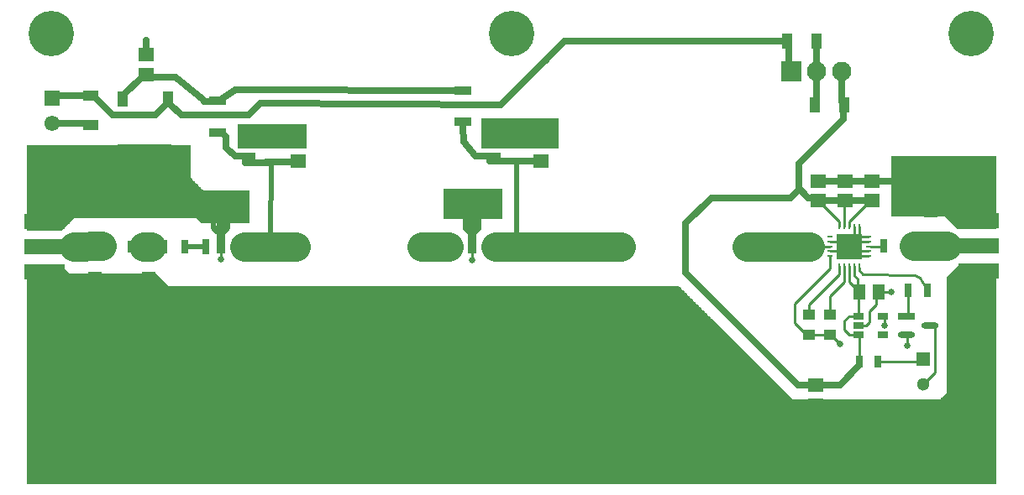
<source format=gtl>
%FSLAX33Y33*%
%MOMM*%
%AMRect-W1050000-H1600000-RO1.500*
21,1,1.05,1.6,0.,0.,90*%
%AMRect-W4059999-H1520000-RO1.000*
21,1,4.059999,1.52,0.,0.,180*%
%AMRect-W891421-H1741421-RO0.500*
21,1,0.891421,1.741421,0.,0.,270*%
%AMRect-W800000-H1320710-RO0.500*
21,1,0.8,1.32071,0.,0.,270*%
%AMRect-W711200-H711200-RO0.250*
21,1,0.7112,0.7112,0.,0.,315*%
%AMRect-W1300000-H1300000-RO0.500*
21,1,1.3,1.3,0.,0.,270*%
%AMRect-W900000-H1200000-RO1.000*
21,1,0.9,1.2,0.,0.,180*%
%AMRect-W1300000-H1600000-RO0.500*
21,1,1.3,1.6,0.,0.,270*%
%AMRect-W1300000-H1600000-RO1.500*
21,1,1.3,1.6,0.,0.,90*%
%AMRect-W670710-H1320710-RO1.000*
21,1,0.67071,1.32071,0.,0.,180*%
%AMRect-W950000-H1350000-RO0.500*
21,1,0.95,1.35,0.,0.,270*%
%AMRect-W670710-H1320710-RO0.500*
21,1,0.67071,1.32071,0.,0.,270*%
%AMRect-W1050000-H1600000-RO1.000*
21,1,1.05,1.6,0.,0.,180*%
%AMRR-H240710-W520710-R120355-RO0.000*
21,1,0.28,0.24071,0.,0.,360*
1,1,0.24071,-0.14,0.*
1,1,0.24071,0.14,0.*
1,1,0.24071,0.14,-0.*
1,1,0.24071,-0.14,0.*%
%AMRR-H520710-W240710-R120355-RO0.000*
21,1,0.24071,0.28,0.,0.,360*
1,1,0.24071,0.,0.14*
1,1,0.24071,0.,0.14*
1,1,0.24071,0.,-0.14*
1,1,0.24071,-0.,-0.14*%
%AMRect-W670710-H1320710-RO1.500*
21,1,0.67071,1.32071,0.,0.,90*%
%AMRect-W5499999-H5699999-RO1.000*
21,1,5.499999,5.699999,0.,0.,180*%
%AMRect-W1000001-H1599999-RO1.000*
21,1,1.000001,1.599999,0.,0.,180*%
%AMRect-W1000000-H1250000-RO1.500*
21,1,1.,1.25,0.,0.,90*%
%AMRect-W650001-H1100000-RO1.500*
21,1,0.650001,1.1,0.,0.,90*%
%AMRect-W1950000-H1950000-RO0.500*
21,1,1.95,1.95,0.,0.,270*%
%AMRect-W700000-H1300000-RO1.000*
21,1,0.7,1.3,0.,0.,180*%
%AMRR-H637228-W1771339-R318614-RO0.000*
21,1,1.134111,0.637228,0.,0.,360*
1,1,0.637228,-0.5670555,0.*
1,1,0.637228,0.5670555,0.*
1,1,0.637228,0.5670555,-0.*
1,1,0.637228,-0.5670555,0.*%
%ADD10C,0.0508*%
%ADD11C,0.635*%
%ADD12C,0.254*%
%ADD13C,0.5334*%
%ADD14C,2.921*%
%ADD15C,4.572*%
%ADD16C,0.762*%
%ADD17Rect-W1050000-H1600000-RO1.500*%
%ADD18Rect-W4059999-H1520000-RO1.000*%
%ADD19R,1.55X1.55*%
%ADD20C,1.55*%
%ADD21Rect-W891421-H1741421-RO0.500*%
%ADD22Rect-W800000-H1320710-RO0.500*%
%ADD23R,0.508X2.4384*%
%ADD24R,0.914399X5.334*%
%ADD25R,0.7112X1.4986*%
%ADD26Rect-W711200-H711200-RO0.250*%
%ADD27C,1.3*%
%ADD28Rect-W1300000-H1300000-RO0.500*%
%ADD29Rect-W900000-H1200000-RO1.000*%
%ADD30Rect-W1300000-H1600000-RO0.500*%
%ADD31Rect-W1300000-H1600000-RO1.500*%
%ADD32Rect-W670710-H1320710-RO1.000*%
%ADD33Rect-W950000-H1350000-RO0.500*%
%ADD34Rect-W670710-H1320710-RO0.500*%
%ADD35C,1.524*%
%ADD36Rect-W1050000-H1600000-RO1.000*%
%ADD37R,1.3X1.6*%
%ADD38R,0.52071X0.24071*%
%ADD39R,2.5X2.5*%
%ADD40RR-H240710-W520710-R120355-RO0.000*%
%ADD41RR-H520710-W240710-R120355-RO0.000*%
%ADD42R,1.05X1.6*%
%ADD43Rect-W670710-H1320710-RO1.500*%
%ADD44Rect-W5499999-H5699999-RO1.000*%
%ADD45Rect-W1000001-H1599999-RO1.000*%
%ADD46Rect-W1000000-H1250000-RO1.500*%
%ADD47Rect-W650001-H1100000-RO1.500*%
%ADD48R,0.7X1.3*%
%ADD49R,4.059999X1.52*%
%ADD50C,1.95*%
%ADD51Rect-W1950000-H1950000-RO0.500*%
%ADD52Rect-W700000-H1300000-RO1.000*%
%ADD53R,1.771339X0.637228*%
%ADD54RR-H637228-W1771339-R318614-RO0.000*%
D10*
%LNpour fill*%
G01*
X98308Y22600D02*
X98308Y22600D01*
X94660Y22600*
X93425Y21365*
X93425Y19225*
X98308Y19225*
X98308Y22600*
X93425Y19275D02*
X98308Y19275D01*
X93425Y19324D02*
X98308Y19324D01*
X93425Y19374D02*
X98308Y19374D01*
X93425Y19423D02*
X98308Y19423D01*
X93425Y19473D02*
X98308Y19473D01*
X93425Y19522D02*
X98308Y19522D01*
X93425Y19572D02*
X98308Y19572D01*
X93425Y19621D02*
X98308Y19621D01*
X93425Y19671D02*
X98308Y19671D01*
X93425Y19720D02*
X98308Y19720D01*
X93425Y19770D02*
X98308Y19770D01*
X93425Y19819D02*
X98308Y19819D01*
X93425Y19869D02*
X98308Y19869D01*
X93425Y19918D02*
X98308Y19918D01*
X93425Y19968D02*
X98308Y19968D01*
X93425Y20017D02*
X98308Y20017D01*
X93425Y20067D02*
X98308Y20067D01*
X93425Y20117D02*
X98308Y20117D01*
X93425Y20166D02*
X98308Y20166D01*
X93425Y20216D02*
X98308Y20216D01*
X93425Y20265D02*
X98308Y20265D01*
X93425Y20315D02*
X98308Y20315D01*
X93425Y20364D02*
X98308Y20364D01*
X93425Y20414D02*
X98308Y20414D01*
X93425Y20463D02*
X98308Y20463D01*
X93425Y20513D02*
X98308Y20513D01*
X93425Y20562D02*
X98308Y20562D01*
X93425Y20612D02*
X98308Y20612D01*
X93425Y20661D02*
X98308Y20661D01*
X93425Y20711D02*
X98308Y20711D01*
X93425Y20760D02*
X98308Y20760D01*
X93425Y20810D02*
X98308Y20810D01*
X93425Y20859D02*
X98308Y20859D01*
X93425Y20909D02*
X98308Y20909D01*
X93425Y20959D02*
X98308Y20959D01*
X93425Y21008D02*
X98308Y21008D01*
X93425Y21058D02*
X98308Y21058D01*
X93425Y21107D02*
X98308Y21107D01*
X93425Y21157D02*
X98308Y21157D01*
X93425Y21206D02*
X98308Y21206D01*
X93425Y21256D02*
X98308Y21256D01*
X93425Y21305D02*
X98308Y21305D01*
X93425Y21355D02*
X98308Y21355D01*
X93464Y21404D02*
X98308Y21404D01*
X93514Y21454D02*
X98308Y21454D01*
X93563Y21503D02*
X98308Y21503D01*
X93613Y21553D02*
X98308Y21553D01*
X93662Y21602D02*
X98308Y21602D01*
X93712Y21652D02*
X98308Y21652D01*
X93762Y21701D02*
X98308Y21701D01*
X93811Y21751D02*
X98308Y21751D01*
X93861Y21801D02*
X98308Y21801D01*
X93910Y21850D02*
X98308Y21850D01*
X93960Y21900D02*
X98308Y21900D01*
X94009Y21949D02*
X98308Y21949D01*
X94059Y21999D02*
X98308Y21999D01*
X94108Y22048D02*
X98308Y22048D01*
X94158Y22098D02*
X98308Y22098D01*
X94207Y22147D02*
X98308Y22147D01*
X94257Y22197D02*
X98308Y22197D01*
X94306Y22246D02*
X98308Y22246D01*
X94356Y22296D02*
X98308Y22296D01*
X94405Y22345D02*
X98308Y22345D01*
X94455Y22395D02*
X98308Y22395D01*
X94504Y22444D02*
X98308Y22444D01*
X94554Y22494D02*
X98308Y22494D01*
X94604Y22544D02*
X98308Y22544D01*
X94653Y22593D02*
X98308Y22593D01*
%LNpour fill*%
X98308Y19470D02*
X98308Y19470D01*
X93350Y19470*
X93350Y9650*
X93350Y9650*
X92675Y8975*
X92675Y8975*
X77775Y8975*
X77775Y8975*
X66300Y20450*
X14845Y20450*
X14845Y20450*
X13610Y21685*
X4910Y21685*
X4910Y21685*
X4200Y22395*
X0692Y22395*
X0692Y0567*
X98308Y0567*
X98308Y19470*
X0692Y0616D02*
X98308Y0616D01*
X0692Y0666D02*
X98308Y0666D01*
X0692Y0715D02*
X98308Y0715D01*
X0692Y0765D02*
X98308Y0765D01*
X0692Y0814D02*
X98308Y0814D01*
X0692Y0864D02*
X98308Y0864D01*
X0692Y0913D02*
X98308Y0913D01*
X0692Y0963D02*
X98308Y0963D01*
X0692Y1012D02*
X98308Y1012D01*
X0692Y1062D02*
X98308Y1062D01*
X0692Y1111D02*
X98308Y1111D01*
X0692Y1161D02*
X98308Y1161D01*
X0692Y1210D02*
X98308Y1210D01*
X0692Y1260D02*
X98308Y1260D01*
X0692Y1309D02*
X98308Y1309D01*
X0692Y1359D02*
X98308Y1359D01*
X0692Y1409D02*
X98308Y1409D01*
X0692Y1458D02*
X98308Y1458D01*
X0692Y1508D02*
X98308Y1508D01*
X0692Y1557D02*
X98308Y1557D01*
X0692Y1607D02*
X98308Y1607D01*
X0692Y1656D02*
X98308Y1656D01*
X0692Y1706D02*
X98308Y1706D01*
X0692Y1755D02*
X98308Y1755D01*
X0692Y1805D02*
X98308Y1805D01*
X0692Y1854D02*
X98308Y1854D01*
X0692Y1904D02*
X98308Y1904D01*
X0692Y1953D02*
X98308Y1953D01*
X0692Y2003D02*
X98308Y2003D01*
X0692Y2052D02*
X98308Y2052D01*
X0692Y2102D02*
X98308Y2102D01*
X0692Y2151D02*
X98308Y2151D01*
X0692Y2201D02*
X98308Y2201D01*
X0692Y2251D02*
X98308Y2251D01*
X0692Y2300D02*
X98308Y2300D01*
X0692Y2350D02*
X98308Y2350D01*
X0692Y2399D02*
X98308Y2399D01*
X0692Y2449D02*
X98308Y2449D01*
X0692Y2498D02*
X98308Y2498D01*
X0692Y2548D02*
X98308Y2548D01*
X0692Y2597D02*
X98308Y2597D01*
X0692Y2647D02*
X98308Y2647D01*
X0692Y2696D02*
X98308Y2696D01*
X0692Y2746D02*
X98308Y2746D01*
X0692Y2795D02*
X98308Y2795D01*
X0692Y2845D02*
X98308Y2845D01*
X0692Y2894D02*
X98308Y2894D01*
X0692Y2944D02*
X98308Y2944D01*
X0692Y2993D02*
X98308Y2993D01*
X0692Y3043D02*
X98308Y3043D01*
X0692Y3093D02*
X98308Y3093D01*
X0692Y3142D02*
X98308Y3142D01*
X0692Y3192D02*
X98308Y3192D01*
X0692Y3241D02*
X98308Y3241D01*
X0692Y3291D02*
X98308Y3291D01*
X0692Y3340D02*
X98308Y3340D01*
X0692Y3390D02*
X98308Y3390D01*
X0692Y3439D02*
X98308Y3439D01*
X0692Y3489D02*
X98308Y3489D01*
X0692Y3538D02*
X98308Y3538D01*
X0692Y3588D02*
X98308Y3588D01*
X0692Y3637D02*
X98308Y3637D01*
X0692Y3687D02*
X98308Y3687D01*
X0692Y3736D02*
X98308Y3736D01*
X0692Y3786D02*
X98308Y3786D01*
X0692Y3835D02*
X98308Y3835D01*
X0692Y3885D02*
X98308Y3885D01*
X0692Y3935D02*
X98308Y3935D01*
X0692Y3984D02*
X98308Y3984D01*
X0692Y4034D02*
X98308Y4034D01*
X0692Y4083D02*
X98308Y4083D01*
X0692Y4133D02*
X98308Y4133D01*
X0692Y4182D02*
X98308Y4182D01*
X0692Y4232D02*
X98308Y4232D01*
X0692Y4281D02*
X98308Y4281D01*
X0692Y4331D02*
X98308Y4331D01*
X0692Y4380D02*
X98308Y4380D01*
X0692Y4430D02*
X98308Y4430D01*
X0692Y4479D02*
X98308Y4479D01*
X0692Y4529D02*
X98308Y4529D01*
X0692Y4578D02*
X98308Y4578D01*
X0692Y4628D02*
X98308Y4628D01*
X0692Y4677D02*
X98308Y4677D01*
X0692Y4727D02*
X98308Y4727D01*
X0692Y4777D02*
X98308Y4777D01*
X0692Y4826D02*
X98308Y4826D01*
X0692Y4876D02*
X98308Y4876D01*
X0692Y4925D02*
X98308Y4925D01*
X0692Y4975D02*
X98308Y4975D01*
X0692Y5024D02*
X98308Y5024D01*
X0692Y5074D02*
X98308Y5074D01*
X0692Y5123D02*
X98308Y5123D01*
X0692Y5173D02*
X98308Y5173D01*
X0692Y5222D02*
X98308Y5222D01*
X0692Y5272D02*
X98308Y5272D01*
X0692Y5321D02*
X98308Y5321D01*
X0692Y5371D02*
X98308Y5371D01*
X0692Y5420D02*
X98308Y5420D01*
X0692Y5470D02*
X98308Y5470D01*
X0692Y5520D02*
X98308Y5520D01*
X0692Y5569D02*
X98308Y5569D01*
X0692Y5619D02*
X98308Y5619D01*
X0692Y5668D02*
X98308Y5668D01*
X0692Y5718D02*
X98308Y5718D01*
X0692Y5767D02*
X98308Y5767D01*
X0692Y5817D02*
X98308Y5817D01*
X0692Y5866D02*
X98308Y5866D01*
X0692Y5916D02*
X98308Y5916D01*
X0692Y5965D02*
X98308Y5965D01*
X0692Y6015D02*
X98308Y6015D01*
X0692Y6064D02*
X98308Y6064D01*
X0692Y6114D02*
X98308Y6114D01*
X0692Y6163D02*
X98308Y6163D01*
X0692Y6213D02*
X98308Y6213D01*
X0692Y6262D02*
X98308Y6262D01*
X0692Y6312D02*
X98308Y6312D01*
X0692Y6362D02*
X98308Y6362D01*
X0692Y6411D02*
X98308Y6411D01*
X0692Y6461D02*
X98308Y6461D01*
X0692Y6510D02*
X98308Y6510D01*
X0692Y6560D02*
X98308Y6560D01*
X0692Y6609D02*
X98308Y6609D01*
X0692Y6659D02*
X98308Y6659D01*
X0692Y6708D02*
X98308Y6708D01*
X0692Y6758D02*
X98308Y6758D01*
X0692Y6807D02*
X98308Y6807D01*
X0692Y6857D02*
X98308Y6857D01*
X0692Y6906D02*
X98308Y6906D01*
X0692Y6956D02*
X98308Y6956D01*
X0692Y7005D02*
X98308Y7005D01*
X0692Y7055D02*
X98308Y7055D01*
X0692Y7104D02*
X98308Y7104D01*
X0692Y7154D02*
X98308Y7154D01*
X0692Y7204D02*
X98308Y7204D01*
X0692Y7253D02*
X98308Y7253D01*
X0692Y7303D02*
X98308Y7303D01*
X0692Y7352D02*
X98308Y7352D01*
X0692Y7402D02*
X98308Y7402D01*
X0692Y7451D02*
X98308Y7451D01*
X0692Y7501D02*
X98308Y7501D01*
X0692Y7550D02*
X98308Y7550D01*
X0692Y7600D02*
X98308Y7600D01*
X0692Y7649D02*
X98308Y7649D01*
X0692Y7699D02*
X98308Y7699D01*
X0692Y7748D02*
X98308Y7748D01*
X0692Y7798D02*
X98308Y7798D01*
X0692Y7847D02*
X98308Y7847D01*
X0692Y7897D02*
X98308Y7897D01*
X0692Y7946D02*
X98308Y7946D01*
X0692Y7996D02*
X98308Y7996D01*
X0692Y8046D02*
X98308Y8046D01*
X0692Y8095D02*
X98308Y8095D01*
X0692Y8145D02*
X98308Y8145D01*
X0692Y8194D02*
X98308Y8194D01*
X0692Y8244D02*
X98308Y8244D01*
X0692Y8293D02*
X98308Y8293D01*
X0692Y8343D02*
X98308Y8343D01*
X0692Y8392D02*
X98308Y8392D01*
X0692Y8442D02*
X98308Y8442D01*
X0692Y8491D02*
X98308Y8491D01*
X0692Y8541D02*
X98308Y8541D01*
X0692Y8590D02*
X98308Y8590D01*
X0692Y8640D02*
X98308Y8640D01*
X0692Y8689D02*
X98308Y8689D01*
X0692Y8739D02*
X98308Y8739D01*
X0692Y8788D02*
X98308Y8788D01*
X0692Y8838D02*
X98308Y8838D01*
X0692Y8888D02*
X98308Y8888D01*
X0692Y8937D02*
X98308Y8937D01*
X0692Y8987D02*
X77763Y8987D01*
X92687Y8987D02*
X98308Y8987D01*
X0692Y9036D02*
X77714Y9036D01*
X92736Y9036D02*
X98308Y9036D01*
X0692Y9086D02*
X77664Y9086D01*
X92786Y9086D02*
X98308Y9086D01*
X0692Y9135D02*
X77615Y9135D01*
X92835Y9135D02*
X98308Y9135D01*
X0692Y9185D02*
X77565Y9185D01*
X92885Y9185D02*
X98308Y9185D01*
X0692Y9234D02*
X77516Y9234D01*
X92934Y9234D02*
X98308Y9234D01*
X0692Y9284D02*
X77466Y9284D01*
X92984Y9284D02*
X98308Y9284D01*
X0692Y9333D02*
X77417Y9333D01*
X93033Y9333D02*
X98308Y9333D01*
X0692Y9383D02*
X77367Y9383D01*
X93083Y9383D02*
X98308Y9383D01*
X0692Y9432D02*
X77318Y9432D01*
X93132Y9432D02*
X98308Y9432D01*
X0692Y9482D02*
X77268Y9482D01*
X93182Y9482D02*
X98308Y9482D01*
X0692Y9531D02*
X77219Y9531D01*
X93231Y9531D02*
X98308Y9531D01*
X0692Y9581D02*
X77169Y9581D01*
X93281Y9581D02*
X98308Y9581D01*
X0692Y9630D02*
X77120Y9630D01*
X93330Y9630D02*
X98308Y9630D01*
X0692Y9680D02*
X77070Y9680D01*
X93350Y9680D02*
X98308Y9680D01*
X0692Y9730D02*
X77020Y9730D01*
X93350Y9730D02*
X98308Y9730D01*
X0692Y9779D02*
X76971Y9779D01*
X93350Y9779D02*
X98308Y9779D01*
X0692Y9829D02*
X76921Y9829D01*
X93350Y9829D02*
X98308Y9829D01*
X0692Y9878D02*
X76872Y9878D01*
X93350Y9878D02*
X98308Y9878D01*
X0692Y9928D02*
X76822Y9928D01*
X93350Y9928D02*
X98308Y9928D01*
X0692Y9977D02*
X76773Y9977D01*
X93350Y9977D02*
X98308Y9977D01*
X0692Y10027D02*
X76723Y10027D01*
X93350Y10027D02*
X98308Y10027D01*
X0692Y10076D02*
X76674Y10076D01*
X93350Y10076D02*
X98308Y10076D01*
X0692Y10126D02*
X76624Y10126D01*
X93350Y10126D02*
X98308Y10126D01*
X0692Y10175D02*
X76575Y10175D01*
X93350Y10175D02*
X98308Y10175D01*
X0692Y10225D02*
X76525Y10225D01*
X93350Y10225D02*
X98308Y10225D01*
X0692Y10274D02*
X76476Y10274D01*
X93350Y10274D02*
X98308Y10274D01*
X0692Y10324D02*
X76426Y10324D01*
X93350Y10324D02*
X98308Y10324D01*
X0692Y10373D02*
X76377Y10373D01*
X93350Y10373D02*
X98308Y10373D01*
X0692Y10423D02*
X76327Y10423D01*
X93350Y10423D02*
X98308Y10423D01*
X0692Y10473D02*
X76277Y10473D01*
X93350Y10473D02*
X98308Y10473D01*
X0692Y10522D02*
X76228Y10522D01*
X93350Y10522D02*
X98308Y10522D01*
X0692Y10572D02*
X76178Y10572D01*
X93350Y10572D02*
X98308Y10572D01*
X0692Y10621D02*
X76129Y10621D01*
X93350Y10621D02*
X98308Y10621D01*
X0692Y10671D02*
X76079Y10671D01*
X93350Y10671D02*
X98308Y10671D01*
X0692Y10720D02*
X76030Y10720D01*
X93350Y10720D02*
X98308Y10720D01*
X0692Y10770D02*
X75980Y10770D01*
X93350Y10770D02*
X98308Y10770D01*
X0692Y10819D02*
X75931Y10819D01*
X93350Y10819D02*
X98308Y10819D01*
X0692Y10869D02*
X75881Y10869D01*
X93350Y10869D02*
X98308Y10869D01*
X0692Y10918D02*
X75832Y10918D01*
X93350Y10918D02*
X98308Y10918D01*
X0692Y10968D02*
X75782Y10968D01*
X93350Y10968D02*
X98308Y10968D01*
X0692Y11017D02*
X75733Y11017D01*
X93350Y11017D02*
X98308Y11017D01*
X0692Y11067D02*
X75683Y11067D01*
X93350Y11067D02*
X98308Y11067D01*
X0692Y11116D02*
X75634Y11116D01*
X93350Y11116D02*
X98308Y11116D01*
X0692Y11166D02*
X75584Y11166D01*
X93350Y11166D02*
X98308Y11166D01*
X0692Y11215D02*
X75535Y11215D01*
X93350Y11215D02*
X98308Y11215D01*
X0692Y11265D02*
X75485Y11265D01*
X93350Y11265D02*
X98308Y11265D01*
X0692Y11315D02*
X75435Y11315D01*
X93350Y11315D02*
X98308Y11315D01*
X0692Y11364D02*
X75386Y11364D01*
X93350Y11364D02*
X98308Y11364D01*
X0692Y11414D02*
X75336Y11414D01*
X93350Y11414D02*
X98308Y11414D01*
X0692Y11463D02*
X75287Y11463D01*
X93350Y11463D02*
X98308Y11463D01*
X0692Y11513D02*
X75237Y11513D01*
X93350Y11513D02*
X98308Y11513D01*
X0692Y11562D02*
X75188Y11562D01*
X93350Y11562D02*
X98308Y11562D01*
X0692Y11612D02*
X75138Y11612D01*
X93350Y11612D02*
X98308Y11612D01*
X0692Y11661D02*
X75089Y11661D01*
X93350Y11661D02*
X98308Y11661D01*
X0692Y11711D02*
X75039Y11711D01*
X93350Y11711D02*
X98308Y11711D01*
X0692Y11760D02*
X74990Y11760D01*
X93350Y11760D02*
X98308Y11760D01*
X0692Y11810D02*
X74940Y11810D01*
X93350Y11810D02*
X98308Y11810D01*
X0692Y11859D02*
X74891Y11859D01*
X93350Y11859D02*
X98308Y11859D01*
X0692Y11909D02*
X74841Y11909D01*
X93350Y11909D02*
X98308Y11909D01*
X0692Y11958D02*
X74792Y11958D01*
X93350Y11958D02*
X98308Y11958D01*
X0692Y12008D02*
X74742Y12008D01*
X93350Y12008D02*
X98308Y12008D01*
X0692Y12057D02*
X74693Y12057D01*
X93350Y12057D02*
X98308Y12057D01*
X0692Y12107D02*
X74643Y12107D01*
X93350Y12107D02*
X98308Y12107D01*
X0692Y12157D02*
X74593Y12157D01*
X93350Y12157D02*
X98308Y12157D01*
X0692Y12206D02*
X74544Y12206D01*
X93350Y12206D02*
X98308Y12206D01*
X0692Y12256D02*
X74494Y12256D01*
X93350Y12256D02*
X98308Y12256D01*
X0692Y12305D02*
X74445Y12305D01*
X93350Y12305D02*
X98308Y12305D01*
X0692Y12355D02*
X74395Y12355D01*
X93350Y12355D02*
X98308Y12355D01*
X0692Y12404D02*
X74346Y12404D01*
X93350Y12404D02*
X98308Y12404D01*
X0692Y12454D02*
X74296Y12454D01*
X93350Y12454D02*
X98308Y12454D01*
X0692Y12503D02*
X74247Y12503D01*
X93350Y12503D02*
X98308Y12503D01*
X0692Y12553D02*
X74197Y12553D01*
X93350Y12553D02*
X98308Y12553D01*
X0692Y12602D02*
X74148Y12602D01*
X93350Y12602D02*
X98308Y12602D01*
X0692Y12652D02*
X74098Y12652D01*
X93350Y12652D02*
X98308Y12652D01*
X0692Y12701D02*
X74049Y12701D01*
X93350Y12701D02*
X98308Y12701D01*
X0692Y12751D02*
X73999Y12751D01*
X93350Y12751D02*
X98308Y12751D01*
X0692Y12800D02*
X73950Y12800D01*
X93350Y12800D02*
X98308Y12800D01*
X0692Y12850D02*
X73900Y12850D01*
X93350Y12850D02*
X98308Y12850D01*
X0692Y12899D02*
X73851Y12899D01*
X93350Y12899D02*
X98308Y12899D01*
X0692Y12949D02*
X73801Y12949D01*
X93350Y12949D02*
X98308Y12949D01*
X0692Y12999D02*
X73751Y12999D01*
X93350Y12999D02*
X98308Y12999D01*
X0692Y13048D02*
X73702Y13048D01*
X93350Y13048D02*
X98308Y13048D01*
X0692Y13098D02*
X73652Y13098D01*
X93350Y13098D02*
X98308Y13098D01*
X0692Y13147D02*
X73603Y13147D01*
X93350Y13147D02*
X98308Y13147D01*
X0692Y13197D02*
X73553Y13197D01*
X93350Y13197D02*
X98308Y13197D01*
X0692Y13246D02*
X73504Y13246D01*
X93350Y13246D02*
X98308Y13246D01*
X0692Y13296D02*
X73454Y13296D01*
X93350Y13296D02*
X98308Y13296D01*
X0692Y13345D02*
X73405Y13345D01*
X93350Y13345D02*
X98308Y13345D01*
X0692Y13395D02*
X73355Y13395D01*
X93350Y13395D02*
X98308Y13395D01*
X0692Y13444D02*
X73306Y13444D01*
X93350Y13444D02*
X98308Y13444D01*
X0692Y13494D02*
X73256Y13494D01*
X93350Y13494D02*
X98308Y13494D01*
X0692Y13543D02*
X73207Y13543D01*
X93350Y13543D02*
X98308Y13543D01*
X0692Y13593D02*
X73157Y13593D01*
X93350Y13593D02*
X98308Y13593D01*
X0692Y13642D02*
X73108Y13642D01*
X93350Y13642D02*
X98308Y13642D01*
X0692Y13692D02*
X73058Y13692D01*
X93350Y13692D02*
X98308Y13692D01*
X0692Y13741D02*
X73009Y13741D01*
X93350Y13741D02*
X98308Y13741D01*
X0692Y13791D02*
X72959Y13791D01*
X93350Y13791D02*
X98308Y13791D01*
X0692Y13841D02*
X72909Y13841D01*
X93350Y13841D02*
X98308Y13841D01*
X0692Y13890D02*
X72860Y13890D01*
X93350Y13890D02*
X98308Y13890D01*
X0692Y13940D02*
X72810Y13940D01*
X93350Y13940D02*
X98308Y13940D01*
X0692Y13989D02*
X72761Y13989D01*
X93350Y13989D02*
X98308Y13989D01*
X0692Y14039D02*
X72711Y14039D01*
X93350Y14039D02*
X98308Y14039D01*
X0692Y14088D02*
X72662Y14088D01*
X93350Y14088D02*
X98308Y14088D01*
X0692Y14138D02*
X72612Y14138D01*
X93350Y14138D02*
X98308Y14138D01*
X0692Y14187D02*
X72563Y14187D01*
X93350Y14187D02*
X98308Y14187D01*
X0692Y14237D02*
X72513Y14237D01*
X93350Y14237D02*
X98308Y14237D01*
X0692Y14286D02*
X72464Y14286D01*
X93350Y14286D02*
X98308Y14286D01*
X0692Y14336D02*
X72414Y14336D01*
X93350Y14336D02*
X98308Y14336D01*
X0692Y14385D02*
X72365Y14385D01*
X93350Y14385D02*
X98308Y14385D01*
X0692Y14435D02*
X72315Y14435D01*
X93350Y14435D02*
X98308Y14435D01*
X0692Y14484D02*
X72266Y14484D01*
X93350Y14484D02*
X98308Y14484D01*
X0692Y14534D02*
X72216Y14534D01*
X93350Y14534D02*
X98308Y14534D01*
X0692Y14583D02*
X72167Y14583D01*
X93350Y14583D02*
X98308Y14583D01*
X0692Y14633D02*
X72117Y14633D01*
X93350Y14633D02*
X98308Y14633D01*
X0692Y14683D02*
X72067Y14683D01*
X93350Y14683D02*
X98308Y14683D01*
X0692Y14732D02*
X72018Y14732D01*
X93350Y14732D02*
X98308Y14732D01*
X0692Y14782D02*
X71968Y14782D01*
X93350Y14782D02*
X98308Y14782D01*
X0692Y14831D02*
X71919Y14831D01*
X93350Y14831D02*
X98308Y14831D01*
X0692Y14881D02*
X71869Y14881D01*
X93350Y14881D02*
X98308Y14881D01*
X0692Y14930D02*
X71820Y14930D01*
X93350Y14930D02*
X98308Y14930D01*
X0692Y14980D02*
X71770Y14980D01*
X93350Y14980D02*
X98308Y14980D01*
X0692Y15029D02*
X71721Y15029D01*
X93350Y15029D02*
X98308Y15029D01*
X0692Y15079D02*
X71671Y15079D01*
X93350Y15079D02*
X98308Y15079D01*
X0692Y15128D02*
X71622Y15128D01*
X93350Y15128D02*
X98308Y15128D01*
X0692Y15178D02*
X71572Y15178D01*
X93350Y15178D02*
X98308Y15178D01*
X0692Y15227D02*
X71523Y15227D01*
X93350Y15227D02*
X98308Y15227D01*
X0692Y15277D02*
X71473Y15277D01*
X93350Y15277D02*
X98308Y15277D01*
X0692Y15326D02*
X71424Y15326D01*
X93350Y15326D02*
X98308Y15326D01*
X0692Y15376D02*
X71374Y15376D01*
X93350Y15376D02*
X98308Y15376D01*
X0692Y15426D02*
X71324Y15426D01*
X93350Y15426D02*
X98308Y15426D01*
X0692Y15475D02*
X71275Y15475D01*
X93350Y15475D02*
X98308Y15475D01*
X0692Y15525D02*
X71225Y15525D01*
X93350Y15525D02*
X98308Y15525D01*
X0692Y15574D02*
X71176Y15574D01*
X93350Y15574D02*
X98308Y15574D01*
X0692Y15624D02*
X71126Y15624D01*
X93350Y15624D02*
X98308Y15624D01*
X0692Y15673D02*
X71077Y15673D01*
X93350Y15673D02*
X98308Y15673D01*
X0692Y15723D02*
X71027Y15723D01*
X93350Y15723D02*
X98308Y15723D01*
X0692Y15772D02*
X70978Y15772D01*
X93350Y15772D02*
X98308Y15772D01*
X0692Y15822D02*
X70928Y15822D01*
X93350Y15822D02*
X98308Y15822D01*
X0692Y15871D02*
X70879Y15871D01*
X93350Y15871D02*
X98308Y15871D01*
X0692Y15921D02*
X70829Y15921D01*
X93350Y15921D02*
X98308Y15921D01*
X0692Y15970D02*
X70780Y15970D01*
X93350Y15970D02*
X98308Y15970D01*
X0692Y16020D02*
X70730Y16020D01*
X93350Y16020D02*
X98308Y16020D01*
X0692Y16069D02*
X70681Y16069D01*
X93350Y16069D02*
X98308Y16069D01*
X0692Y16119D02*
X70631Y16119D01*
X93350Y16119D02*
X98308Y16119D01*
X0692Y16168D02*
X70582Y16168D01*
X93350Y16168D02*
X98308Y16168D01*
X0692Y16218D02*
X70532Y16218D01*
X93350Y16218D02*
X98308Y16218D01*
X0692Y16268D02*
X70482Y16268D01*
X93350Y16268D02*
X98308Y16268D01*
X0692Y16317D02*
X70433Y16317D01*
X93350Y16317D02*
X98308Y16317D01*
X0692Y16367D02*
X70383Y16367D01*
X93350Y16367D02*
X98308Y16367D01*
X0692Y16416D02*
X70334Y16416D01*
X93350Y16416D02*
X98308Y16416D01*
X0692Y16466D02*
X70284Y16466D01*
X93350Y16466D02*
X98308Y16466D01*
X0692Y16515D02*
X70235Y16515D01*
X93350Y16515D02*
X98308Y16515D01*
X0692Y16565D02*
X70185Y16565D01*
X93350Y16565D02*
X98308Y16565D01*
X0692Y16614D02*
X70136Y16614D01*
X93350Y16614D02*
X98308Y16614D01*
X0692Y16664D02*
X70086Y16664D01*
X93350Y16664D02*
X98308Y16664D01*
X0692Y16713D02*
X70037Y16713D01*
X93350Y16713D02*
X98308Y16713D01*
X0692Y16763D02*
X69987Y16763D01*
X93350Y16763D02*
X98308Y16763D01*
X0692Y16812D02*
X69938Y16812D01*
X93350Y16812D02*
X98308Y16812D01*
X0692Y16862D02*
X69888Y16862D01*
X93350Y16862D02*
X98308Y16862D01*
X0692Y16911D02*
X69839Y16911D01*
X93350Y16911D02*
X98308Y16911D01*
X0692Y16961D02*
X69789Y16961D01*
X93350Y16961D02*
X98308Y16961D01*
X0692Y17010D02*
X69740Y17010D01*
X93350Y17010D02*
X98308Y17010D01*
X0692Y17060D02*
X69690Y17060D01*
X93350Y17060D02*
X98308Y17060D01*
X0692Y17110D02*
X69640Y17110D01*
X93350Y17110D02*
X98308Y17110D01*
X0692Y17159D02*
X69591Y17159D01*
X93350Y17159D02*
X98308Y17159D01*
X0692Y17209D02*
X69541Y17209D01*
X93350Y17209D02*
X98308Y17209D01*
X0692Y17258D02*
X69492Y17258D01*
X93350Y17258D02*
X98308Y17258D01*
X0692Y17308D02*
X69442Y17308D01*
X93350Y17308D02*
X98308Y17308D01*
X0692Y17357D02*
X69393Y17357D01*
X93350Y17357D02*
X98308Y17357D01*
X0692Y17407D02*
X69343Y17407D01*
X93350Y17407D02*
X98308Y17407D01*
X0692Y17456D02*
X69294Y17456D01*
X93350Y17456D02*
X98308Y17456D01*
X0692Y17506D02*
X69244Y17506D01*
X93350Y17506D02*
X98308Y17506D01*
X0692Y17555D02*
X69195Y17555D01*
X93350Y17555D02*
X98308Y17555D01*
X0692Y17605D02*
X69145Y17605D01*
X93350Y17605D02*
X98308Y17605D01*
X0692Y17654D02*
X69096Y17654D01*
X93350Y17654D02*
X98308Y17654D01*
X0692Y17704D02*
X69046Y17704D01*
X93350Y17704D02*
X98308Y17704D01*
X0692Y17753D02*
X68997Y17753D01*
X93350Y17753D02*
X98308Y17753D01*
X0692Y17803D02*
X68947Y17803D01*
X93350Y17803D02*
X98308Y17803D01*
X0692Y17852D02*
X68898Y17852D01*
X93350Y17852D02*
X98308Y17852D01*
X0692Y17902D02*
X68848Y17902D01*
X93350Y17902D02*
X98308Y17902D01*
X0692Y17952D02*
X68798Y17952D01*
X93350Y17952D02*
X98308Y17952D01*
X0692Y18001D02*
X68749Y18001D01*
X93350Y18001D02*
X98308Y18001D01*
X0692Y18051D02*
X68699Y18051D01*
X93350Y18051D02*
X98308Y18051D01*
X0692Y18100D02*
X68650Y18100D01*
X93350Y18100D02*
X98308Y18100D01*
X0692Y18150D02*
X68600Y18150D01*
X93350Y18150D02*
X98308Y18150D01*
X0692Y18199D02*
X68551Y18199D01*
X93350Y18199D02*
X98308Y18199D01*
X0692Y18249D02*
X68501Y18249D01*
X93350Y18249D02*
X98308Y18249D01*
X0692Y18298D02*
X68452Y18298D01*
X93350Y18298D02*
X98308Y18298D01*
X0692Y18348D02*
X68402Y18348D01*
X93350Y18348D02*
X98308Y18348D01*
X0692Y18397D02*
X68353Y18397D01*
X93350Y18397D02*
X98308Y18397D01*
X0692Y18447D02*
X68303Y18447D01*
X93350Y18447D02*
X98308Y18447D01*
X0692Y18496D02*
X68254Y18496D01*
X93350Y18496D02*
X98308Y18496D01*
X0692Y18546D02*
X68204Y18546D01*
X93350Y18546D02*
X98308Y18546D01*
X0692Y18595D02*
X68155Y18595D01*
X93350Y18595D02*
X98308Y18595D01*
X0692Y18645D02*
X68105Y18645D01*
X93350Y18645D02*
X98308Y18645D01*
X0692Y18694D02*
X68056Y18694D01*
X93350Y18694D02*
X98308Y18694D01*
X0692Y18744D02*
X68006Y18744D01*
X93350Y18744D02*
X98308Y18744D01*
X0692Y18794D02*
X67956Y18794D01*
X93350Y18794D02*
X98308Y18794D01*
X0692Y18843D02*
X67907Y18843D01*
X93350Y18843D02*
X98308Y18843D01*
X0692Y18893D02*
X67857Y18893D01*
X93350Y18893D02*
X98308Y18893D01*
X0692Y18942D02*
X67808Y18942D01*
X93350Y18942D02*
X98308Y18942D01*
X0692Y18992D02*
X67758Y18992D01*
X93350Y18992D02*
X98308Y18992D01*
X0692Y19041D02*
X67709Y19041D01*
X93350Y19041D02*
X98308Y19041D01*
X0692Y19091D02*
X67659Y19091D01*
X93350Y19091D02*
X98308Y19091D01*
X0692Y19140D02*
X67610Y19140D01*
X93350Y19140D02*
X98308Y19140D01*
X0692Y19190D02*
X67560Y19190D01*
X93350Y19190D02*
X98308Y19190D01*
X0692Y19239D02*
X67511Y19239D01*
X93350Y19239D02*
X98308Y19239D01*
X0692Y19289D02*
X67461Y19289D01*
X93350Y19289D02*
X98308Y19289D01*
X0692Y19338D02*
X67412Y19338D01*
X93350Y19338D02*
X98308Y19338D01*
X0692Y19388D02*
X67362Y19388D01*
X93350Y19388D02*
X98308Y19388D01*
X0692Y19437D02*
X67313Y19437D01*
X93350Y19437D02*
X98308Y19437D01*
X0692Y19487D02*
X67263Y19487D01*
X0692Y19536D02*
X67214Y19536D01*
X0692Y19586D02*
X67164Y19586D01*
X0692Y19636D02*
X67114Y19636D01*
X0692Y19685D02*
X67065Y19685D01*
X0692Y19735D02*
X67015Y19735D01*
X0692Y19784D02*
X66966Y19784D01*
X0692Y19834D02*
X66916Y19834D01*
X0692Y19883D02*
X66867Y19883D01*
X0692Y19933D02*
X66817Y19933D01*
X0692Y19982D02*
X66768Y19982D01*
X0692Y20032D02*
X66718Y20032D01*
X0692Y20081D02*
X66669Y20081D01*
X0692Y20131D02*
X66619Y20131D01*
X0692Y20180D02*
X66570Y20180D01*
X0692Y20230D02*
X66520Y20230D01*
X0692Y20279D02*
X66471Y20279D01*
X0692Y20329D02*
X66421Y20329D01*
X0692Y20379D02*
X66371Y20379D01*
X0692Y20428D02*
X66322Y20428D01*
X0692Y20478D02*
X14817Y20478D01*
X0692Y20527D02*
X14768Y20527D01*
X0692Y20577D02*
X14718Y20577D01*
X0692Y20626D02*
X14669Y20626D01*
X0692Y20676D02*
X14619Y20676D01*
X0692Y20725D02*
X14570Y20725D01*
X0692Y20775D02*
X14520Y20775D01*
X0692Y20824D02*
X14471Y20824D01*
X0692Y20874D02*
X14421Y20874D01*
X0692Y20923D02*
X14372Y20923D01*
X0692Y20973D02*
X14322Y20973D01*
X0692Y21022D02*
X14273Y21022D01*
X0692Y21072D02*
X14223Y21072D01*
X0692Y21121D02*
X14174Y21121D01*
X0692Y21171D02*
X14124Y21171D01*
X0692Y21221D02*
X14074Y21221D01*
X0692Y21270D02*
X14025Y21270D01*
X0692Y21320D02*
X13975Y21320D01*
X0692Y21369D02*
X13926Y21369D01*
X0692Y21419D02*
X13876Y21419D01*
X0692Y21468D02*
X13827Y21468D01*
X0692Y21518D02*
X13777Y21518D01*
X0692Y21567D02*
X13728Y21567D01*
X0692Y21617D02*
X13678Y21617D01*
X0692Y21666D02*
X13629Y21666D01*
X0692Y21716D02*
X4879Y21716D01*
X0692Y21765D02*
X4830Y21765D01*
X0692Y21815D02*
X4780Y21815D01*
X0692Y21864D02*
X4731Y21864D01*
X0692Y21914D02*
X4681Y21914D01*
X0692Y21963D02*
X4632Y21963D01*
X0692Y22013D02*
X4582Y22013D01*
X0692Y22063D02*
X4532Y22063D01*
X0692Y22112D02*
X4483Y22112D01*
X0692Y22162D02*
X4433Y22162D01*
X0692Y22211D02*
X4384Y22211D01*
X0692Y22261D02*
X4334Y22261D01*
X0692Y22310D02*
X4285Y22310D01*
X0692Y22360D02*
X4235Y22360D01*
%LNpour fill*%
X5377Y27333D02*
X5377Y27333D01*
X5377Y27333*
X17759Y27333*
X17759Y27333*
X18250Y26842*
X23025Y26842*
X23025Y30075*
X18400Y30075*
X18400Y30075*
X17098Y31377*
X17098Y31377*
X17098Y34650*
X0692Y34650*
X0692Y26130*
X4174Y26130*
X5377Y27333*
X0692Y26180D02*
X4224Y26180D01*
X0692Y26229D02*
X4274Y26229D01*
X0692Y26279D02*
X4323Y26279D01*
X0692Y26328D02*
X4373Y26328D01*
X0692Y26378D02*
X4422Y26378D01*
X0692Y26427D02*
X4472Y26427D01*
X0692Y26477D02*
X4521Y26477D01*
X0692Y26526D02*
X4571Y26526D01*
X0692Y26576D02*
X4620Y26576D01*
X0692Y26625D02*
X4670Y26625D01*
X0692Y26675D02*
X4719Y26675D01*
X0692Y26724D02*
X4769Y26724D01*
X0692Y26774D02*
X4818Y26774D01*
X0692Y26823D02*
X4868Y26823D01*
X0692Y26873D02*
X4918Y26873D01*
X18219Y26873D02*
X23025Y26873D01*
X0692Y26922D02*
X4967Y26922D01*
X18169Y26922D02*
X23025Y26922D01*
X0692Y26972D02*
X5017Y26972D01*
X18120Y26972D02*
X23025Y26972D01*
X0692Y27022D02*
X5066Y27022D01*
X18070Y27022D02*
X23025Y27022D01*
X0692Y27071D02*
X5116Y27071D01*
X18021Y27071D02*
X23025Y27071D01*
X0692Y27121D02*
X5165Y27121D01*
X17971Y27121D02*
X23025Y27121D01*
X0692Y27170D02*
X5215Y27170D01*
X17921Y27170D02*
X23025Y27170D01*
X0692Y27220D02*
X5264Y27220D01*
X17872Y27220D02*
X23025Y27220D01*
X0692Y27269D02*
X5314Y27269D01*
X17822Y27269D02*
X23025Y27269D01*
X0692Y27319D02*
X5363Y27319D01*
X17773Y27319D02*
X23025Y27319D01*
X0692Y27368D02*
X23025Y27368D01*
X0692Y27418D02*
X23025Y27418D01*
X0692Y27467D02*
X23025Y27467D01*
X0692Y27517D02*
X23025Y27517D01*
X0692Y27566D02*
X23025Y27566D01*
X0692Y27616D02*
X23025Y27616D01*
X0692Y27665D02*
X23025Y27665D01*
X0692Y27715D02*
X23025Y27715D01*
X0692Y27764D02*
X23025Y27764D01*
X0692Y27814D02*
X23025Y27814D01*
X0692Y27864D02*
X23025Y27864D01*
X0692Y27913D02*
X23025Y27913D01*
X0692Y27963D02*
X23025Y27963D01*
X0692Y28012D02*
X23025Y28012D01*
X0692Y28062D02*
X23025Y28062D01*
X0692Y28111D02*
X23025Y28111D01*
X0692Y28161D02*
X23025Y28161D01*
X0692Y28210D02*
X23025Y28210D01*
X0692Y28260D02*
X23025Y28260D01*
X0692Y28309D02*
X23025Y28309D01*
X0692Y28359D02*
X23025Y28359D01*
X0692Y28408D02*
X23025Y28408D01*
X0692Y28458D02*
X23025Y28458D01*
X0692Y28507D02*
X23025Y28507D01*
X0692Y28557D02*
X23025Y28557D01*
X0692Y28607D02*
X23025Y28607D01*
X0692Y28656D02*
X23025Y28656D01*
X0692Y28706D02*
X23025Y28706D01*
X0692Y28755D02*
X23025Y28755D01*
X0692Y28805D02*
X23025Y28805D01*
X0692Y28854D02*
X23025Y28854D01*
X0692Y28904D02*
X23025Y28904D01*
X0692Y28953D02*
X23025Y28953D01*
X0692Y29003D02*
X23025Y29003D01*
X0692Y29052D02*
X23025Y29052D01*
X0692Y29102D02*
X23025Y29102D01*
X0692Y29151D02*
X23025Y29151D01*
X0692Y29201D02*
X23025Y29201D01*
X0692Y29250D02*
X23025Y29250D01*
X0692Y29300D02*
X23025Y29300D01*
X0692Y29349D02*
X23025Y29349D01*
X0692Y29399D02*
X23025Y29399D01*
X0692Y29449D02*
X23025Y29449D01*
X0692Y29498D02*
X23025Y29498D01*
X0692Y29548D02*
X23025Y29548D01*
X0692Y29597D02*
X23025Y29597D01*
X0692Y29647D02*
X23025Y29647D01*
X0692Y29696D02*
X23025Y29696D01*
X0692Y29746D02*
X23025Y29746D01*
X0692Y29795D02*
X23025Y29795D01*
X0692Y29845D02*
X23025Y29845D01*
X0692Y29894D02*
X23025Y29894D01*
X0692Y29944D02*
X23025Y29944D01*
X0692Y29993D02*
X23025Y29993D01*
X0692Y30043D02*
X23025Y30043D01*
X0692Y30092D02*
X18383Y30092D01*
X0692Y30142D02*
X18333Y30142D01*
X0692Y30191D02*
X18284Y30191D01*
X0692Y30241D02*
X18234Y30241D01*
X0692Y30291D02*
X18184Y30291D01*
X0692Y30340D02*
X18135Y30340D01*
X0692Y30390D02*
X18085Y30390D01*
X0692Y30439D02*
X18036Y30439D01*
X0692Y30489D02*
X17986Y30489D01*
X0692Y30538D02*
X17937Y30538D01*
X0692Y30588D02*
X17887Y30588D01*
X0692Y30637D02*
X17838Y30637D01*
X0692Y30687D02*
X17788Y30687D01*
X0692Y30736D02*
X17739Y30736D01*
X0692Y30786D02*
X17689Y30786D01*
X0692Y30835D02*
X17640Y30835D01*
X0692Y30885D02*
X17590Y30885D01*
X0692Y30934D02*
X17541Y30934D01*
X0692Y30984D02*
X17491Y30984D01*
X0692Y31033D02*
X17442Y31033D01*
X0692Y31083D02*
X17392Y31083D01*
X0692Y31133D02*
X17342Y31133D01*
X0692Y31182D02*
X17293Y31182D01*
X0692Y31232D02*
X17243Y31232D01*
X0692Y31281D02*
X17194Y31281D01*
X0692Y31331D02*
X17144Y31331D01*
X0692Y31380D02*
X17098Y31380D01*
X0692Y31430D02*
X17098Y31430D01*
X0692Y31479D02*
X17098Y31479D01*
X0692Y31529D02*
X17098Y31529D01*
X0692Y31578D02*
X17098Y31578D01*
X0692Y31628D02*
X17098Y31628D01*
X0692Y31677D02*
X17098Y31677D01*
X0692Y31727D02*
X17098Y31727D01*
X0692Y31776D02*
X17098Y31776D01*
X0692Y31826D02*
X17098Y31826D01*
X0692Y31875D02*
X17098Y31875D01*
X0692Y31925D02*
X17098Y31925D01*
X0692Y31975D02*
X17098Y31975D01*
X0692Y32024D02*
X17098Y32024D01*
X0692Y32074D02*
X17098Y32074D01*
X0692Y32123D02*
X17098Y32123D01*
X0692Y32173D02*
X17098Y32173D01*
X0692Y32222D02*
X17098Y32222D01*
X0692Y32272D02*
X17098Y32272D01*
X0692Y32321D02*
X17098Y32321D01*
X0692Y32371D02*
X17098Y32371D01*
X0692Y32420D02*
X17098Y32420D01*
X0692Y32470D02*
X17098Y32470D01*
X0692Y32519D02*
X17098Y32519D01*
X0692Y32569D02*
X17098Y32569D01*
X0692Y32618D02*
X17098Y32618D01*
X0692Y32668D02*
X17098Y32668D01*
X0692Y32717D02*
X17098Y32717D01*
X0692Y32767D02*
X17098Y32767D01*
X0692Y32817D02*
X17098Y32817D01*
X0692Y32866D02*
X17098Y32866D01*
X0692Y32916D02*
X17098Y32916D01*
X0692Y32965D02*
X17098Y32965D01*
X0692Y33015D02*
X17098Y33015D01*
X0692Y33064D02*
X17098Y33064D01*
X0692Y33114D02*
X17098Y33114D01*
X0692Y33163D02*
X17098Y33163D01*
X0692Y33213D02*
X17098Y33213D01*
X0692Y33262D02*
X17098Y33262D01*
X0692Y33312D02*
X17098Y33312D01*
X0692Y33361D02*
X17098Y33361D01*
X0692Y33411D02*
X17098Y33411D01*
X0692Y33460D02*
X17098Y33460D01*
X0692Y33510D02*
X17098Y33510D01*
X0692Y33559D02*
X17098Y33559D01*
X0692Y33609D02*
X17098Y33609D01*
X0692Y33659D02*
X17098Y33659D01*
X0692Y33708D02*
X17098Y33708D01*
X0692Y33758D02*
X17098Y33758D01*
X0692Y33807D02*
X17098Y33807D01*
X0692Y33857D02*
X17098Y33857D01*
X0692Y33906D02*
X17098Y33906D01*
X0692Y33956D02*
X17098Y33956D01*
X0692Y34005D02*
X17098Y34005D01*
X0692Y34055D02*
X17098Y34055D01*
X0692Y34104D02*
X17098Y34104D01*
X0692Y34154D02*
X17098Y34154D01*
X0692Y34203D02*
X17098Y34203D01*
X0692Y34253D02*
X17098Y34253D01*
X0692Y34302D02*
X17098Y34302D01*
X0692Y34352D02*
X17098Y34352D01*
X0692Y34402D02*
X17098Y34402D01*
X0692Y34451D02*
X17098Y34451D01*
X0692Y34501D02*
X17098Y34501D01*
X0692Y34550D02*
X17098Y34550D01*
X0692Y34600D02*
X17098Y34600D01*
X0692Y34649D02*
X17098Y34649D01*
%LNpour fill*%
X48550Y30235D02*
X48550Y30235D01*
X42686Y30235*
X42686Y27283*
X48550Y27283*
X48550Y30235*
X42685Y27332D02*
X48550Y27332D01*
X42685Y27382D02*
X48550Y27382D01*
X42685Y27431D02*
X48550Y27431D01*
X42685Y27481D02*
X48550Y27481D01*
X42685Y27531D02*
X48550Y27531D01*
X42685Y27580D02*
X48550Y27580D01*
X42685Y27630D02*
X48550Y27630D01*
X42685Y27679D02*
X48550Y27679D01*
X42685Y27729D02*
X48550Y27729D01*
X42685Y27778D02*
X48550Y27778D01*
X42685Y27828D02*
X48550Y27828D01*
X42685Y27877D02*
X48550Y27877D01*
X42685Y27927D02*
X48550Y27927D01*
X42685Y27976D02*
X48550Y27976D01*
X42685Y28026D02*
X48550Y28026D01*
X42685Y28075D02*
X48550Y28075D01*
X42685Y28125D02*
X48550Y28125D01*
X42685Y28174D02*
X48550Y28174D01*
X42685Y28224D02*
X48550Y28224D01*
X42685Y28273D02*
X48550Y28273D01*
X42685Y28323D02*
X48550Y28323D01*
X42685Y28373D02*
X48550Y28373D01*
X42685Y28422D02*
X48550Y28422D01*
X42685Y28472D02*
X48550Y28472D01*
X42685Y28521D02*
X48550Y28521D01*
X42685Y28571D02*
X48550Y28571D01*
X42685Y28620D02*
X48550Y28620D01*
X42685Y28670D02*
X48550Y28670D01*
X42685Y28719D02*
X48550Y28719D01*
X42685Y28769D02*
X48550Y28769D01*
X42685Y28818D02*
X48550Y28818D01*
X42685Y28868D02*
X48550Y28868D01*
X42685Y28917D02*
X48550Y28917D01*
X42685Y28967D02*
X48550Y28967D01*
X42685Y29016D02*
X48550Y29016D01*
X42685Y29066D02*
X48550Y29066D01*
X42685Y29116D02*
X48550Y29116D01*
X42685Y29165D02*
X48550Y29165D01*
X42685Y29215D02*
X48550Y29215D01*
X42685Y29264D02*
X48550Y29264D01*
X42685Y29314D02*
X48550Y29314D01*
X42685Y29363D02*
X48550Y29363D01*
X42685Y29413D02*
X48550Y29413D01*
X42685Y29462D02*
X48550Y29462D01*
X42685Y29512D02*
X48550Y29512D01*
X42685Y29561D02*
X48550Y29561D01*
X42685Y29611D02*
X48550Y29611D01*
X42685Y29660D02*
X48550Y29660D01*
X42685Y29710D02*
X48550Y29710D01*
X42685Y29759D02*
X48550Y29759D01*
X42685Y29809D02*
X48550Y29809D01*
X42685Y29858D02*
X48550Y29858D01*
X42685Y29908D02*
X48550Y29908D01*
X42685Y29958D02*
X48550Y29958D01*
X42685Y30007D02*
X48550Y30007D01*
X42685Y30057D02*
X48550Y30057D01*
X42685Y30106D02*
X48550Y30106D01*
X42685Y30156D02*
X48550Y30156D01*
X42685Y30205D02*
X48550Y30205D01*
%LNpour fill*%
X28800Y36735D02*
X28800Y36735D01*
X21940Y36735*
X21940Y34413*
X28800Y34413*
X28800Y36735*
X21940Y34462D02*
X28800Y34462D01*
X21940Y34511D02*
X28800Y34511D01*
X21940Y34561D02*
X28800Y34561D01*
X21940Y34610D02*
X28800Y34610D01*
X21940Y34660D02*
X28800Y34660D01*
X21940Y34710D02*
X28800Y34710D01*
X21940Y34759D02*
X28800Y34759D01*
X21940Y34809D02*
X28800Y34809D01*
X21940Y34858D02*
X28800Y34858D01*
X21940Y34908D02*
X28800Y34908D01*
X21940Y34957D02*
X28800Y34957D01*
X21940Y35007D02*
X28800Y35007D01*
X21940Y35056D02*
X28800Y35056D01*
X21940Y35106D02*
X28800Y35106D01*
X21940Y35155D02*
X28800Y35155D01*
X21940Y35205D02*
X28800Y35205D01*
X21940Y35254D02*
X28800Y35254D01*
X21940Y35304D02*
X28800Y35304D01*
X21940Y35353D02*
X28800Y35353D01*
X21940Y35403D02*
X28800Y35403D01*
X21940Y35452D02*
X28800Y35452D01*
X21940Y35502D02*
X28800Y35502D01*
X21940Y35552D02*
X28800Y35552D01*
X21940Y35601D02*
X28800Y35601D01*
X21940Y35651D02*
X28800Y35651D01*
X21940Y35700D02*
X28800Y35700D01*
X21940Y35750D02*
X28800Y35750D01*
X21940Y35799D02*
X28800Y35799D01*
X21940Y35849D02*
X28800Y35849D01*
X21940Y35898D02*
X28800Y35898D01*
X21940Y35948D02*
X28800Y35948D01*
X21940Y35997D02*
X28800Y35997D01*
X21940Y36047D02*
X28800Y36047D01*
X21940Y36096D02*
X28800Y36096D01*
X21940Y36146D02*
X28800Y36146D01*
X21940Y36195D02*
X28800Y36195D01*
X21940Y36245D02*
X28800Y36245D01*
X21940Y36294D02*
X28800Y36294D01*
X21940Y36344D02*
X28800Y36344D01*
X21940Y36394D02*
X28800Y36394D01*
X21940Y36443D02*
X28800Y36443D01*
X21940Y36493D02*
X28800Y36493D01*
X21940Y36542D02*
X28800Y36542D01*
X21940Y36592D02*
X28800Y36592D01*
X21940Y36641D02*
X28800Y36641D01*
X21940Y36691D02*
X28800Y36691D01*
%LNpour fill*%
X54210Y34475D02*
X54210Y34475D01*
X54210Y37389*
X46440Y37389*
X46440Y34436*
X54050Y34436*
X54050Y34436*
X54110Y34375*
X54210Y34475*
X54061Y34425D02*
X54160Y34425D01*
X46440Y34474D02*
X54209Y34474D01*
X46440Y34524D02*
X54210Y34524D01*
X46440Y34573D02*
X54210Y34573D01*
X46440Y34623D02*
X54210Y34623D01*
X46440Y34672D02*
X54210Y34672D01*
X46440Y34722D02*
X54210Y34722D01*
X46440Y34771D02*
X54210Y34771D01*
X46440Y34821D02*
X54210Y34821D01*
X46440Y34870D02*
X54210Y34870D01*
X46440Y34920D02*
X54210Y34920D01*
X46440Y34969D02*
X54210Y34969D01*
X46440Y35019D02*
X54210Y35019D01*
X46440Y35068D02*
X54210Y35068D01*
X46440Y35118D02*
X54210Y35118D01*
X46440Y35167D02*
X54210Y35167D01*
X46440Y35217D02*
X54210Y35217D01*
X46440Y35267D02*
X54210Y35267D01*
X46440Y35316D02*
X54210Y35316D01*
X46440Y35366D02*
X54210Y35366D01*
X46440Y35415D02*
X54210Y35415D01*
X46440Y35465D02*
X54210Y35465D01*
X46440Y35514D02*
X54210Y35514D01*
X46440Y35564D02*
X54210Y35564D01*
X46440Y35613D02*
X54210Y35613D01*
X46440Y35663D02*
X54210Y35663D01*
X46440Y35712D02*
X54210Y35712D01*
X46440Y35762D02*
X54210Y35762D01*
X46440Y35811D02*
X54210Y35811D01*
X46440Y35861D02*
X54210Y35861D01*
X46440Y35910D02*
X54210Y35910D01*
X46440Y35960D02*
X54210Y35960D01*
X46440Y36009D02*
X54210Y36009D01*
X46440Y36059D02*
X54210Y36059D01*
X46440Y36109D02*
X54210Y36109D01*
X46440Y36158D02*
X54210Y36158D01*
X46440Y36208D02*
X54210Y36208D01*
X46440Y36257D02*
X54210Y36257D01*
X46440Y36307D02*
X54210Y36307D01*
X46440Y36356D02*
X54210Y36356D01*
X46440Y36406D02*
X54210Y36406D01*
X46440Y36455D02*
X54210Y36455D01*
X46440Y36505D02*
X54210Y36505D01*
X46440Y36554D02*
X54210Y36554D01*
X46440Y36604D02*
X54210Y36604D01*
X46440Y36653D02*
X54210Y36653D01*
X46440Y36703D02*
X54210Y36703D01*
X46440Y36752D02*
X54210Y36752D01*
X46440Y36802D02*
X54210Y36802D01*
X46440Y36852D02*
X54210Y36852D01*
X46440Y36901D02*
X54210Y36901D01*
X46440Y36951D02*
X54210Y36951D01*
X46440Y37000D02*
X54210Y37000D01*
X46440Y37050D02*
X54210Y37050D01*
X46440Y37099D02*
X54210Y37099D01*
X46440Y37149D02*
X54210Y37149D01*
X46440Y37198D02*
X54210Y37198D01*
X46440Y37248D02*
X54210Y37248D01*
X46440Y37297D02*
X54210Y37297D01*
X46440Y37347D02*
X54210Y37347D01*
%LNpour fill*%
X98308Y33550D02*
X98308Y33550D01*
X87775Y33550*
X87775Y27550*
X93125Y27550*
X93125Y27550*
X94395Y26280*
X98308Y26280*
X98308Y33550*
X94345Y26330D02*
X98308Y26330D01*
X94296Y26379D02*
X98308Y26379D01*
X94246Y26429D02*
X98308Y26429D01*
X94197Y26478D02*
X98308Y26478D01*
X94147Y26528D02*
X98308Y26528D01*
X94098Y26577D02*
X98308Y26577D01*
X94048Y26627D02*
X98308Y26627D01*
X93999Y26676D02*
X98308Y26676D01*
X93949Y26726D02*
X98308Y26726D01*
X93900Y26775D02*
X98308Y26775D01*
X93850Y26825D02*
X98308Y26825D01*
X93801Y26874D02*
X98308Y26874D01*
X93751Y26924D02*
X98308Y26924D01*
X93702Y26973D02*
X98308Y26973D01*
X93652Y27023D02*
X98308Y27023D01*
X93603Y27072D02*
X98308Y27072D01*
X93553Y27122D02*
X98308Y27122D01*
X93503Y27172D02*
X98308Y27172D01*
X93454Y27221D02*
X98308Y27221D01*
X93404Y27271D02*
X98308Y27271D01*
X93355Y27320D02*
X98308Y27320D01*
X93305Y27370D02*
X98308Y27370D01*
X93256Y27419D02*
X98308Y27419D01*
X93206Y27469D02*
X98308Y27469D01*
X93157Y27518D02*
X98308Y27518D01*
X87775Y27568D02*
X98308Y27568D01*
X87775Y27617D02*
X98308Y27617D01*
X87775Y27667D02*
X98308Y27667D01*
X87775Y27716D02*
X98308Y27716D01*
X87775Y27766D02*
X98308Y27766D01*
X87775Y27815D02*
X98308Y27815D01*
X87775Y27865D02*
X98308Y27865D01*
X87775Y27914D02*
X98308Y27914D01*
X87775Y27964D02*
X98308Y27964D01*
X87775Y28014D02*
X98308Y28014D01*
X87775Y28063D02*
X98308Y28063D01*
X87775Y28113D02*
X98308Y28113D01*
X87775Y28162D02*
X98308Y28162D01*
X87775Y28212D02*
X98308Y28212D01*
X87775Y28261D02*
X98308Y28261D01*
X87775Y28311D02*
X98308Y28311D01*
X87775Y28360D02*
X98308Y28360D01*
X87775Y28410D02*
X98308Y28410D01*
X87775Y28459D02*
X98308Y28459D01*
X87775Y28509D02*
X98308Y28509D01*
X87775Y28558D02*
X98308Y28558D01*
X87775Y28608D02*
X98308Y28608D01*
X87775Y28657D02*
X98308Y28657D01*
X87775Y28707D02*
X98308Y28707D01*
X87775Y28756D02*
X98308Y28756D01*
X87775Y28806D02*
X98308Y28806D01*
X87775Y28856D02*
X98308Y28856D01*
X87775Y28905D02*
X98308Y28905D01*
X87775Y28955D02*
X98308Y28955D01*
X87775Y29004D02*
X98308Y29004D01*
X87775Y29054D02*
X98308Y29054D01*
X87775Y29103D02*
X98308Y29103D01*
X87775Y29153D02*
X98308Y29153D01*
X87775Y29202D02*
X98308Y29202D01*
X87775Y29252D02*
X98308Y29252D01*
X87775Y29301D02*
X98308Y29301D01*
X87775Y29351D02*
X98308Y29351D01*
X87775Y29400D02*
X98308Y29400D01*
X87775Y29450D02*
X98308Y29450D01*
X87775Y29499D02*
X98308Y29499D01*
X87775Y29549D02*
X98308Y29549D01*
X87775Y29599D02*
X98308Y29599D01*
X87775Y29648D02*
X98308Y29648D01*
X87775Y29698D02*
X98308Y29698D01*
X87775Y29747D02*
X98308Y29747D01*
X87775Y29797D02*
X98308Y29797D01*
X87775Y29846D02*
X98308Y29846D01*
X87775Y29896D02*
X98308Y29896D01*
X87775Y29945D02*
X98308Y29945D01*
X87775Y29995D02*
X98308Y29995D01*
X87775Y30044D02*
X98308Y30044D01*
X87775Y30094D02*
X98308Y30094D01*
X87775Y30143D02*
X98308Y30143D01*
X87775Y30193D02*
X98308Y30193D01*
X87775Y30242D02*
X98308Y30242D01*
X87775Y30292D02*
X98308Y30292D01*
X87775Y30341D02*
X98308Y30341D01*
X87775Y30391D02*
X98308Y30391D01*
X87775Y30441D02*
X98308Y30441D01*
X87775Y30490D02*
X98308Y30490D01*
X87775Y30540D02*
X98308Y30540D01*
X87775Y30589D02*
X98308Y30589D01*
X87775Y30639D02*
X98308Y30639D01*
X87775Y30688D02*
X98308Y30688D01*
X87775Y30738D02*
X98308Y30738D01*
X87775Y30787D02*
X98308Y30787D01*
X87775Y30837D02*
X98308Y30837D01*
X87775Y30886D02*
X98308Y30886D01*
X87775Y30936D02*
X98308Y30936D01*
X87775Y30985D02*
X98308Y30985D01*
X87775Y31035D02*
X98308Y31035D01*
X87775Y31084D02*
X98308Y31084D01*
X87775Y31134D02*
X98308Y31134D01*
X87775Y31183D02*
X98308Y31183D01*
X87775Y31233D02*
X98308Y31233D01*
X87775Y31283D02*
X98308Y31283D01*
X87775Y31332D02*
X98308Y31332D01*
X87775Y31382D02*
X98308Y31382D01*
X87775Y31431D02*
X98308Y31431D01*
X87775Y31481D02*
X98308Y31481D01*
X87775Y31530D02*
X98308Y31530D01*
X87775Y31580D02*
X98308Y31580D01*
X87775Y31629D02*
X98308Y31629D01*
X87775Y31679D02*
X98308Y31679D01*
X87775Y31728D02*
X98308Y31728D01*
X87775Y31778D02*
X98308Y31778D01*
X87775Y31827D02*
X98308Y31827D01*
X87775Y31877D02*
X98308Y31877D01*
X87775Y31926D02*
X98308Y31926D01*
X87775Y31976D02*
X98308Y31976D01*
X87775Y32025D02*
X98308Y32025D01*
X87775Y32075D02*
X98308Y32075D01*
X87775Y32125D02*
X98308Y32125D01*
X87775Y32174D02*
X98308Y32174D01*
X87775Y32224D02*
X98308Y32224D01*
X87775Y32273D02*
X98308Y32273D01*
X87775Y32323D02*
X98308Y32323D01*
X87775Y32372D02*
X98308Y32372D01*
X87775Y32422D02*
X98308Y32422D01*
X87775Y32471D02*
X98308Y32471D01*
X87775Y32521D02*
X98308Y32521D01*
X87775Y32570D02*
X98308Y32570D01*
X87775Y32620D02*
X98308Y32620D01*
X87775Y32669D02*
X98308Y32669D01*
X87775Y32719D02*
X98308Y32719D01*
X87775Y32768D02*
X98308Y32768D01*
X87775Y32818D02*
X98308Y32818D01*
X87775Y32867D02*
X98308Y32867D01*
X87775Y32917D02*
X98308Y32917D01*
X87775Y32967D02*
X98308Y32967D01*
X87775Y33016D02*
X98308Y33016D01*
X87775Y33066D02*
X98308Y33066D01*
X87775Y33115D02*
X98308Y33115D01*
X87775Y33165D02*
X98308Y33165D01*
X87775Y33214D02*
X98308Y33214D01*
X87775Y33264D02*
X98308Y33264D01*
X87775Y33313D02*
X98308Y33313D01*
X87775Y33363D02*
X98308Y33363D01*
X87775Y33412D02*
X98308Y33412D01*
X87775Y33462D02*
X98308Y33462D01*
X87775Y33511D02*
X98308Y33511D01*
%LNtop copper_traces*%
D11*
X21650Y33539D02*
X22450Y33539D01*
X49473Y39748D02*
X54850Y45125D01*
D12*
X86550Y12800D02*
X90575Y12800D01*
X84575Y13325D02*
X84575Y15525D01*
X82575Y22475D02*
X82575Y21655D01*
X85300Y16475D02*
X85625Y16800D01*
D11*
X77500Y44650D02*
X77500Y42700D01*
D12*
X84575Y22300D02*
X84575Y22000D01*
X89175Y24450D02*
X89550Y24450D01*
D11*
X78450Y30300D02*
X78450Y32685D01*
D12*
X85550Y24950D02*
X84195Y24950D01*
D11*
X7150Y39640D02*
X3860Y39640D01*
X82600Y10450D02*
X84525Y12375D01*
X20776Y35474D02*
X20776Y34412D01*
D12*
X79475Y15525D02*
X81625Y15525D01*
X84525Y17650D02*
X84525Y19325D01*
D11*
X18350Y39275D02*
X18500Y39125D01*
D12*
X79475Y18555D02*
X79475Y17650D01*
D13*
X16675Y24450D02*
X18713Y24450D01*
D12*
X83075Y16950D02*
X83075Y16000D01*
X81600Y23950D02*
X82575Y23950D01*
X78075Y16700D02*
X79250Y15525D01*
X83075Y26425D02*
X83075Y28675D01*
X83575Y20895D02*
X84020Y20450D01*
X89525Y19825D02*
X89525Y17425D01*
D11*
X15075Y38825D02*
X16225Y37675D01*
X21675Y40275D02*
X20350Y39275D01*
X47350Y33085D02*
X52325Y33085D01*
D12*
X82575Y21655D02*
X79475Y18555D01*
D13*
X25225Y25500D02*
X25275Y32627D01*
D12*
X84075Y22475D02*
X84075Y21500D01*
D11*
X67075Y21800D02*
X78425Y10450D01*
D14*
X12450Y24450D02*
X13225Y24450D01*
D12*
X45550Y23075D02*
X45550Y23950D01*
X85550Y23950D02*
X84695Y23950D01*
X84900Y16475D02*
X85300Y16475D01*
X83575Y26925D02*
X85200Y28550D01*
X83075Y20895D02*
X81600Y19420D01*
D11*
X45877Y33550D02*
X47150Y33550D01*
X12675Y45200D02*
X12675Y44100D01*
D12*
X85550Y23450D02*
X84775Y23450D01*
X81600Y22215D02*
X78075Y18690D01*
D14*
X8200Y24460D02*
X5410Y24450D01*
D12*
X81600Y19420D02*
X81600Y17650D01*
D11*
X24925Y32912D02*
X22725Y32912D01*
X19900Y39114D02*
X19775Y39100D01*
D12*
X85550Y25450D02*
X84695Y25450D01*
D11*
X9325Y37675D02*
X13650Y37675D01*
D14*
X27800Y24400D02*
X22575Y24375D01*
D12*
X84075Y26425D02*
X84075Y25450D01*
X84425Y21150D02*
X84425Y20025D01*
D11*
X13650Y37675D02*
X14675Y38700D01*
X80535Y31040D02*
X88100Y31040D01*
D12*
X84950Y21650D02*
X90150Y21500D01*
D11*
X15625Y41525D02*
X18350Y39275D01*
D12*
X84575Y26425D02*
X84575Y25450D01*
D11*
X78450Y30175D02*
X77625Y29350D01*
D12*
X87775Y19825D02*
X86925Y19825D01*
X20257Y23150D02*
X20257Y23975D01*
D14*
X73275Y24425D02*
X79600Y24425D01*
D12*
X83550Y15525D02*
X83075Y16000D01*
X83575Y26425D02*
X83575Y26925D01*
X81600Y23450D02*
X81600Y22215D01*
X83550Y17425D02*
X84525Y17425D01*
X84575Y22000D02*
X84950Y21650D01*
X82575Y26925D02*
X80825Y28675D01*
D11*
X18500Y39100D02*
X19625Y39125D01*
X20400Y35850D02*
X20776Y35474D01*
X45877Y33550D02*
X44700Y35000D01*
X13100Y41500D02*
X15625Y41525D01*
D12*
X85625Y16800D02*
X85625Y17925D01*
D11*
X80400Y29350D02*
X79400Y29350D01*
X78425Y10450D02*
X82600Y10450D01*
D12*
X83075Y16950D02*
X83550Y17425D01*
D11*
X16225Y37675D02*
X23050Y37700D01*
D12*
X82575Y26425D02*
X82575Y26925D01*
D11*
X49473Y39748D02*
X48425Y38700D01*
D14*
X40500Y24400D02*
X43200Y24400D01*
D11*
X69675Y29350D02*
X67075Y26750D01*
D14*
X93425Y24500D02*
X90100Y24490D01*
D12*
X85625Y17925D02*
X86250Y18550D01*
D11*
X25275Y32962D02*
X27675Y32962D01*
D12*
X86250Y18550D02*
X86250Y19325D01*
D14*
X60575Y24425D02*
X47925Y24425D01*
D12*
X90150Y21500D02*
X90650Y21250D01*
X82050Y15200D02*
X82675Y14600D01*
D11*
X44550Y40194D02*
X21675Y40275D01*
X24250Y38850D02*
X23125Y37800D01*
X3175Y36850D02*
X6775Y36850D01*
D12*
X81600Y24950D02*
X82695Y24950D01*
D11*
X82815Y42075D02*
X82815Y39050D01*
X80400Y29040D02*
X85675Y29040D01*
D12*
X92225Y11730D02*
X91050Y10555D01*
D11*
X67075Y26750D02*
X67075Y21800D01*
D12*
X85650Y24450D02*
X87035Y24450D01*
X79720Y24450D02*
X81625Y24450D01*
X87100Y16475D02*
X87100Y17280D01*
D11*
X79400Y29350D02*
X78450Y30300D01*
X7600Y39400D02*
X9325Y37675D01*
X20776Y34412D02*
X21650Y33539D01*
X44700Y35000D02*
X44650Y36550D01*
D12*
X90650Y21250D02*
X91450Y20050D01*
D11*
X80275Y39150D02*
X80275Y44650D01*
D13*
X50050Y25561D02*
X50050Y32750D01*
D12*
X83575Y22475D02*
X83575Y20895D01*
X78075Y18690D02*
X78075Y16700D01*
D11*
X48425Y38700D02*
X24250Y38850D01*
D12*
X92225Y16475D02*
X92225Y11730D01*
D11*
X82950Y37285D02*
X78450Y32785D01*
D12*
X84075Y21500D02*
X84425Y21150D01*
X89425Y14400D02*
X89425Y15425D01*
X84475Y15525D02*
X83550Y15525D01*
D11*
X52975Y43250D02*
X52975Y43250D01*
D12*
X83075Y22475D02*
X83075Y20895D01*
D11*
X77625Y29350D02*
X69675Y29350D01*
X77325Y45125D02*
X54850Y45125D01*
X10450Y39725D02*
X12250Y41500D01*
X82950Y38350D02*
X82950Y37285D01*
X82660Y24130D03*
X69475Y16325D03*
X19750Y16925D03*
X4950Y17125D03*
X6450Y34100D03*
X88650Y8250D03*
X19750Y13125D03*
X47065Y36802D03*
D15*
X3125Y3125D03*
D11*
X93400Y1150D03*
X83910Y24760D03*
X42050Y16550D03*
X8975Y34200D03*
X8125Y14950D03*
X93850Y27550D03*
X17550Y7275D03*
X66075Y19725D03*
X9150Y7200D03*
X52350Y7150D03*
X14143Y28375D03*
X16575Y34150D03*
X14650Y1050D03*
X46000Y13600D03*
X78925Y4400D03*
X18713Y27333D03*
X82675Y14600D03*
X33125Y13250D03*
X22000Y9800D03*
X15450Y3950D03*
X24750Y8600D03*
X96925Y12050D03*
X12325Y3950D03*
D16*
X20257Y29600D03*
D11*
X18250Y1050D03*
D15*
X49500Y45875D03*
D11*
X84510Y23530D03*
X85075Y1000D03*
X44475Y0950D03*
X1200Y5675D03*
X97525Y5950D03*
X1175Y28325D03*
X43450Y11475D03*
X25750Y10950D03*
X83260Y23530D03*
X93475Y8850D03*
X12675Y45200D03*
X60050Y4675D03*
X51725Y19475D03*
X5250Y28075D03*
D16*
X45800Y29650D03*
D11*
X2925Y28325D03*
X1200Y8625D03*
X40125Y19875D03*
X26775Y36325D03*
X1200Y11425D03*
X87775Y19825D03*
X97750Y30600D03*
D15*
X95875Y3125D03*
D11*
X83525Y4750D03*
X74125Y3325D03*
X20257Y23150D03*
X71675Y14075D03*
X61800Y1075D03*
X93925Y11275D03*
X19525Y19850D03*
X57150Y1075D03*
X39325Y14350D03*
X10150Y11550D03*
X83910Y25360D03*
X21250Y6350D03*
X82660Y24760D03*
X89275Y1000D03*
X10650Y28375D03*
X40950Y0950D03*
X32075Y4650D03*
X90575Y27975D03*
X4150Y34100D03*
X62925Y13950D03*
X47675Y15400D03*
X97875Y33100D03*
X87100Y16475D03*
X91275Y33150D03*
X97725Y17800D03*
X97725Y14800D03*
X49000Y36802D03*
X63475Y9050D03*
D16*
X47175Y27725D03*
D15*
X49500Y3125D03*
D11*
X83910Y23530D03*
X82050Y8075D03*
X75000Y10600D03*
X21710Y27333D03*
X71400Y8950D03*
X3775Y30800D03*
X16575Y31650D03*
X32525Y19875D03*
X16475Y29300D03*
X70000Y4950D03*
X29150Y19875D03*
X90650Y30725D03*
X11675Y20950D03*
X13725Y11250D03*
X82660Y23530D03*
X67550Y12875D03*
X95650Y7350D03*
X59350Y10525D03*
X36125Y19875D03*
X84510Y24130D03*
X11075Y18075D03*
X41450Y7350D03*
X8450Y1050D03*
X67550Y8650D03*
X26550Y34950D03*
X25250Y19875D03*
X65250Y5050D03*
X78200Y8075D03*
X34850Y8475D03*
X11650Y1050D03*
X48025Y29650D03*
X30950Y16525D03*
X88100Y33150D03*
X83300Y24760D03*
D16*
X43500Y29550D03*
D11*
X1200Y17125D03*
X1225Y31225D03*
X83910Y24130D03*
X88250Y4400D03*
X93925Y17600D03*
X49125Y18950D03*
X22450Y36200D03*
X15375Y19750D03*
X93925Y14550D03*
X16875Y10400D03*
X5050Y12125D03*
D15*
X95875Y45875D03*
D11*
X23925Y35529D03*
X61875Y19725D03*
X71200Y1075D03*
D16*
X43950Y27825D03*
D11*
X26875Y0950D03*
X13525Y7950D03*
X5525Y1050D03*
X45950Y6475D03*
X27875Y6675D03*
X53525Y10650D03*
X97750Y28300D03*
X21075Y3950D03*
X95050Y33100D03*
X52400Y1075D03*
X37150Y17000D03*
D15*
X3125Y45875D03*
D11*
X44407Y19875D03*
X84510Y25360D03*
X94025Y30150D03*
X37250Y5200D03*
X74750Y6925D03*
X8975Y32250D03*
X22125Y14075D03*
X66250Y1075D03*
X7350Y4275D03*
X76600Y1000D03*
X12375Y14575D03*
D16*
X21986Y28950D03*
D11*
X83260Y24130D03*
X42875Y4150D03*
X1225Y34100D03*
X15900Y13325D03*
X93925Y20850D03*
X1200Y20450D03*
X21075Y0950D03*
X96075Y28300D03*
X57400Y7150D03*
X83260Y25360D03*
X97950Y9600D03*
X8975Y29850D03*
X3250Y20350D03*
X1200Y14425D03*
X5400Y7750D03*
X53525Y36375D03*
X25275Y35975D03*
X6350Y31225D03*
X48275Y10150D03*
X17225Y27775D03*
X59475Y16350D03*
X89425Y14400D03*
X92125Y5675D03*
X50650Y13350D03*
X56000Y13000D03*
X50050Y36150D03*
X82660Y25360D03*
X88250Y27975D03*
X97725Y20550D03*
X50925Y36802D03*
X29950Y0950D03*
X95875Y20325D03*
X81150Y1000D03*
X52000Y36500D03*
X95875Y16275D03*
X48100Y36150D03*
X28325Y36225D03*
X45550Y23075D03*
X24000Y5200D03*
X33650Y0950D03*
X56675Y19875D03*
X5175Y21090D03*
D16*
X18950Y28950D03*
D11*
X8950Y20950D03*
X28000Y3475D03*
X27275Y15525D03*
X30275Y8925D03*
X7540Y27850D03*
X65125Y16875D03*
X39475Y9475D03*
X37150Y0950D03*
X86100Y8250D03*
X24000Y0950D03*
X53325Y15800D03*
X88250Y30390D03*
X15900Y16450D03*
X84510Y24760D03*
%LNtop copper component c352371e4a78303f*%
D17*
X7150Y36690D03*
X7150Y39640D03*
%LNtop copper component aeb48a4b1f8da947*%
D18*
X96570Y27040D03*
X96570Y21960D03*
X96570Y24500D03*
%LNtop copper component 31ef27b915e3d59f*%
D19*
X3175Y39390D03*
D20*
X3175Y36850D03*
%LNtop copper component d600ad72b416c561*%
D21*
X19900Y39114D03*
X19900Y35964D03*
%LNtop copper component d3c6387d7cf5135a*%
D22*
X7540Y23450D03*
X7540Y21450D03*
%LNtop copper component e9cbb1ce44a936f0*%
D23*
X20922Y27333D03*
X19500Y27333D03*
D24*
X20211Y26368D03*
D25*
X21710Y24450D03*
X18713Y24450D03*
D26*
X20668Y26114D03*
X19754Y26114D03*
X20668Y28552D03*
X19754Y28552D03*
%LNtop copper component 09ec8a2f37f188ab*%
D23*
X46261Y27283D03*
X44839Y27283D03*
D24*
X45550Y26318D03*
D25*
X47049Y24400D03*
X44051Y24400D03*
D26*
X46007Y26064D03*
X45093Y26064D03*
X46007Y28502D03*
X45093Y28502D03*
%LNtop copper component 71e9bb1bca40385d*%
D27*
X91050Y10555D03*
D28*
X91050Y13095D03*
%LNtop copper component 4d83de1512c22b92*%
D29*
X11225Y24450D03*
X9125Y24450D03*
%LNtop copper component e594bfb2108b30d0*%
D30*
X28000Y35062D03*
X28000Y33062D03*
%LNtop copper component fdde582b819cd8d9*%
D31*
X83110Y29040D03*
X83110Y31040D03*
%LNtop copper component 01d582d326ec605b*%
D32*
X89175Y24490D03*
X87075Y24490D03*
%LNtop copper component a408342c7ac72b8e*%
D33*
X23050Y34887D03*
X23050Y33387D03*
%LNtop copper component 3dae972a3f1e679e*%
D31*
X12675Y41800D03*
X12675Y43800D03*
%LNtop copper component 8bfdcfdcbd2adafb*%
D34*
X50050Y35185D03*
X50050Y33085D03*
%LNtop copper component 19e1a0fca253e45a*%
D31*
X85810Y29040D03*
X85810Y31040D03*
%LNtop copper component f3573f80bae85b1c*%
D33*
X47725Y34885D03*
X47725Y33385D03*
%LNtop copper component 08561076ccd842c1*%
D22*
X12950Y23450D03*
X12950Y21450D03*
%LNtop copper component 8224104cf6598585*%
D34*
X25275Y35062D03*
X25275Y32962D03*
%LNtop copper component e4f571294357a45e*%
D35*
X27800Y24400D03*
X40500Y24400D03*
%LNtop copper component 2f99703f0193b658*%
D36*
X80275Y45125D03*
X77325Y45125D03*
%LNtop copper component 0a39ebfe723b63b2*%
D35*
X60575Y24425D03*
X73275Y24425D03*
%LNtop copper component 6d85c627eee7c2ea*%
D30*
X80200Y10450D03*
X80200Y8450D03*
%LNtop copper component 76a276a0f06b50dd*%
D37*
X84560Y19825D03*
X86560Y19825D03*
%LNtop copper component fb13be85d48014ff*%
D38*
X81600Y25450D03*
D39*
X83575Y24450D03*
D40*
X81600Y24950D03*
X81600Y24450D03*
X81600Y23950D03*
X81600Y23450D03*
X85550Y23450D03*
X85550Y23950D03*
X85550Y24450D03*
X85550Y24950D03*
X85550Y25450D03*
D41*
X82575Y22475D03*
X83075Y22475D03*
X83575Y22475D03*
X84075Y22475D03*
X84575Y22475D03*
X84575Y26425D03*
X84075Y26425D03*
X83575Y26425D03*
X83075Y26425D03*
X82575Y26425D03*
%LNtop copper component a1e8fb290b8eb6fe*%
D42*
X80100Y38750D03*
X83050Y38750D03*
%LNtop copper component cae1136e676ce164*%
D43*
X91735Y25595D03*
X91735Y27695D03*
%LNtop copper component b021b47e5c9b40d3*%
D21*
X44650Y40194D03*
X44650Y37044D03*
%LNtop copper component 70a3b04ffb43faca*%
D31*
X80400Y29040D03*
X80400Y31040D03*
%LNtop copper component 591a2af3fa307e1a*%
D44*
X12565Y31875D03*
D45*
X10315Y39275D03*
X14885Y39275D03*
%LNtop copper component 19ccbc794673eff7*%
D46*
X79475Y15525D03*
X79475Y17525D03*
%LNtop copper component 999027b6d5737ba9*%
D30*
X52525Y35085D03*
X52525Y33085D03*
%LNtop copper component 03b293a0feb5f9bf*%
D46*
X81625Y15525D03*
X81625Y17525D03*
%LNtop copper component 1fd199a2c64ec8cf*%
D47*
X86925Y17425D03*
X86925Y15525D03*
X84525Y15525D03*
X84525Y16475D03*
X84525Y17425D03*
%LNtop copper component 3c80428743dcbac9*%
D32*
X16578Y24450D03*
X14478Y24450D03*
%LNtop copper component 747a6f21bc2acc76*%
D48*
X84550Y12800D03*
X86450Y12800D03*
%LNtop copper component 2e5a51aab9dd6953*%
D49*
X2455Y21850D03*
X2455Y26930D03*
X2455Y24390D03*
%LNtop copper component 30800a0eeb3590a6*%
D50*
X80275Y42075D03*
X82815Y42075D03*
D51*
X77735Y42075D03*
%LNtop copper component ef1c58f661e6cfba*%
D52*
X91425Y19975D03*
X89525Y19975D03*
%LNtop copper component 56334b3d3b6f7dd6*%
D53*
X89349Y17425D03*
D54*
X89349Y15525D03*
X91701Y16475D03*
M02*
</source>
